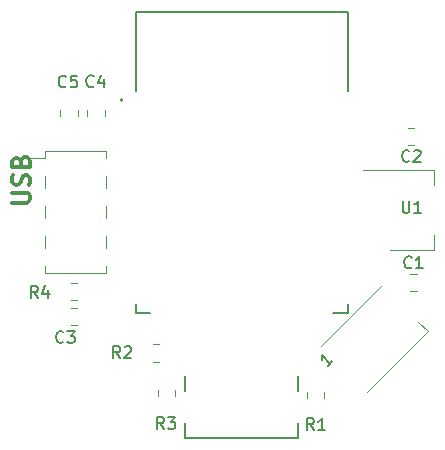
<source format=gbr>
%TF.GenerationSoftware,KiCad,Pcbnew,(6.0.4)*%
%TF.CreationDate,2023-03-23T02:18:43+01:00*%
%TF.ProjectId,FabLight,4661624c-6967-4687-942e-6b696361645f,rev?*%
%TF.SameCoordinates,Original*%
%TF.FileFunction,Legend,Top*%
%TF.FilePolarity,Positive*%
%FSLAX46Y46*%
G04 Gerber Fmt 4.6, Leading zero omitted, Abs format (unit mm)*
G04 Created by KiCad (PCBNEW (6.0.4)) date 2023-03-23 02:18:43*
%MOMM*%
%LPD*%
G01*
G04 APERTURE LIST*
%ADD10C,0.300000*%
%ADD11C,0.150000*%
%ADD12C,0.120000*%
%ADD13C,0.127000*%
%ADD14C,0.200000*%
G04 APERTURE END LIST*
D10*
X18699133Y-37610050D02*
X19913419Y-37610050D01*
X20056276Y-37538621D01*
X20127704Y-37467193D01*
X20199133Y-37324335D01*
X20199133Y-37038621D01*
X20127704Y-36895764D01*
X20056276Y-36824335D01*
X19913419Y-36752907D01*
X18699133Y-36752907D01*
X20127704Y-36110050D02*
X20199133Y-35895764D01*
X20199133Y-35538621D01*
X20127704Y-35395764D01*
X20056276Y-35324335D01*
X19913419Y-35252907D01*
X19770562Y-35252907D01*
X19627704Y-35324335D01*
X19556276Y-35395764D01*
X19484847Y-35538621D01*
X19413419Y-35824335D01*
X19341990Y-35967193D01*
X19270562Y-36038621D01*
X19127704Y-36110050D01*
X18984847Y-36110050D01*
X18841990Y-36038621D01*
X18770562Y-35967193D01*
X18699133Y-35824335D01*
X18699133Y-35467193D01*
X18770562Y-35252907D01*
X19413419Y-34110050D02*
X19484847Y-33895764D01*
X19556276Y-33824335D01*
X19699133Y-33752907D01*
X19913419Y-33752907D01*
X20056276Y-33824335D01*
X20127704Y-33895764D01*
X20199133Y-34038621D01*
X20199133Y-34610050D01*
X18699133Y-34610050D01*
X18699133Y-34110050D01*
X18770562Y-33967193D01*
X18841990Y-33895764D01*
X18984847Y-33824335D01*
X19127704Y-33824335D01*
X19270562Y-33895764D01*
X19341990Y-33967193D01*
X19413419Y-34110050D01*
X19413419Y-34610050D01*
D11*
%TO.C,D1*%
X45784436Y-51042470D02*
X45380375Y-51446531D01*
X45582405Y-51244500D02*
X44875298Y-50537393D01*
X44908970Y-50705752D01*
X44908970Y-50840439D01*
X44875298Y-50941454D01*
%TO.C,R2*%
X27823509Y-50758974D02*
X27490176Y-50282784D01*
X27252080Y-50758974D02*
X27252080Y-49758974D01*
X27633033Y-49758974D01*
X27728271Y-49806594D01*
X27775890Y-49854213D01*
X27823509Y-49949451D01*
X27823509Y-50092308D01*
X27775890Y-50187546D01*
X27728271Y-50235165D01*
X27633033Y-50282784D01*
X27252080Y-50282784D01*
X28204461Y-49854213D02*
X28252080Y-49806594D01*
X28347318Y-49758974D01*
X28585414Y-49758974D01*
X28680652Y-49806594D01*
X28728271Y-49854213D01*
X28775890Y-49949451D01*
X28775890Y-50044689D01*
X28728271Y-50187546D01*
X28156842Y-50758974D01*
X28775890Y-50758974D01*
%TO.C,U1*%
X51738095Y-37452380D02*
X51738095Y-38261904D01*
X51785714Y-38357142D01*
X51833333Y-38404761D01*
X51928571Y-38452380D01*
X52119047Y-38452380D01*
X52214285Y-38404761D01*
X52261904Y-38357142D01*
X52309523Y-38261904D01*
X52309523Y-37452380D01*
X53309523Y-38452380D02*
X52738095Y-38452380D01*
X53023809Y-38452380D02*
X53023809Y-37452380D01*
X52928571Y-37595238D01*
X52833333Y-37690476D01*
X52738095Y-37738095D01*
%TO.C,C3*%
X23014007Y-49394669D02*
X22966388Y-49442288D01*
X22823531Y-49489907D01*
X22728293Y-49489907D01*
X22585435Y-49442288D01*
X22490197Y-49347050D01*
X22442578Y-49251812D01*
X22394959Y-49061336D01*
X22394959Y-48918479D01*
X22442578Y-48728003D01*
X22490197Y-48632765D01*
X22585435Y-48537527D01*
X22728293Y-48489907D01*
X22823531Y-48489907D01*
X22966388Y-48537527D01*
X23014007Y-48585146D01*
X23347340Y-48489907D02*
X23966388Y-48489907D01*
X23633054Y-48870860D01*
X23775912Y-48870860D01*
X23871150Y-48918479D01*
X23918769Y-48966098D01*
X23966388Y-49061336D01*
X23966388Y-49299431D01*
X23918769Y-49394669D01*
X23871150Y-49442288D01*
X23775912Y-49489907D01*
X23490197Y-49489907D01*
X23394959Y-49442288D01*
X23347340Y-49394669D01*
%TO.C,R3*%
X31523646Y-56771427D02*
X31190313Y-56295237D01*
X30952217Y-56771427D02*
X30952217Y-55771427D01*
X31333170Y-55771427D01*
X31428408Y-55819047D01*
X31476027Y-55866666D01*
X31523646Y-55961904D01*
X31523646Y-56104761D01*
X31476027Y-56199999D01*
X31428408Y-56247618D01*
X31333170Y-56295237D01*
X30952217Y-56295237D01*
X31856979Y-55771427D02*
X32476027Y-55771427D01*
X32142693Y-56152380D01*
X32285551Y-56152380D01*
X32380789Y-56199999D01*
X32428408Y-56247618D01*
X32476027Y-56342856D01*
X32476027Y-56580951D01*
X32428408Y-56676189D01*
X32380789Y-56723808D01*
X32285551Y-56771427D01*
X31999836Y-56771427D01*
X31904598Y-56723808D01*
X31856979Y-56676189D01*
%TO.C,C5*%
X23239410Y-27751468D02*
X23191791Y-27799087D01*
X23048934Y-27846706D01*
X22953696Y-27846706D01*
X22810838Y-27799087D01*
X22715600Y-27703849D01*
X22667981Y-27608611D01*
X22620362Y-27418135D01*
X22620362Y-27275278D01*
X22667981Y-27084802D01*
X22715600Y-26989564D01*
X22810838Y-26894326D01*
X22953696Y-26846706D01*
X23048934Y-26846706D01*
X23191791Y-26894326D01*
X23239410Y-26941945D01*
X24144172Y-26846706D02*
X23667981Y-26846706D01*
X23620362Y-27322897D01*
X23667981Y-27275278D01*
X23763219Y-27227659D01*
X24001315Y-27227659D01*
X24096553Y-27275278D01*
X24144172Y-27322897D01*
X24191791Y-27418135D01*
X24191791Y-27656230D01*
X24144172Y-27751468D01*
X24096553Y-27799087D01*
X24001315Y-27846706D01*
X23763219Y-27846706D01*
X23667981Y-27799087D01*
X23620362Y-27751468D01*
%TO.C,R4*%
X20846241Y-45653885D02*
X20512908Y-45177695D01*
X20274812Y-45653885D02*
X20274812Y-44653885D01*
X20655765Y-44653885D01*
X20751003Y-44701505D01*
X20798622Y-44749124D01*
X20846241Y-44844362D01*
X20846241Y-44987219D01*
X20798622Y-45082457D01*
X20751003Y-45130076D01*
X20655765Y-45177695D01*
X20274812Y-45177695D01*
X21703384Y-44987219D02*
X21703384Y-45653885D01*
X21465288Y-44606266D02*
X21227193Y-45320552D01*
X21846241Y-45320552D01*
%TO.C,C2*%
X52307782Y-34053605D02*
X52260163Y-34101224D01*
X52117306Y-34148843D01*
X52022068Y-34148843D01*
X51879210Y-34101224D01*
X51783972Y-34005986D01*
X51736353Y-33910748D01*
X51688734Y-33720272D01*
X51688734Y-33577415D01*
X51736353Y-33386939D01*
X51783972Y-33291701D01*
X51879210Y-33196463D01*
X52022068Y-33148843D01*
X52117306Y-33148843D01*
X52260163Y-33196463D01*
X52307782Y-33244082D01*
X52688734Y-33244082D02*
X52736353Y-33196463D01*
X52831591Y-33148843D01*
X53069687Y-33148843D01*
X53164925Y-33196463D01*
X53212544Y-33244082D01*
X53260163Y-33339320D01*
X53260163Y-33434558D01*
X53212544Y-33577415D01*
X52641115Y-34148843D01*
X53260163Y-34148843D01*
%TO.C,R1*%
X44217374Y-56859236D02*
X43884041Y-56383046D01*
X43645945Y-56859236D02*
X43645945Y-55859236D01*
X44026898Y-55859236D01*
X44122136Y-55906856D01*
X44169755Y-55954475D01*
X44217374Y-56049713D01*
X44217374Y-56192570D01*
X44169755Y-56287808D01*
X44122136Y-56335427D01*
X44026898Y-56383046D01*
X43645945Y-56383046D01*
X45169755Y-56859236D02*
X44598326Y-56859236D01*
X44884041Y-56859236D02*
X44884041Y-55859236D01*
X44788802Y-56002094D01*
X44693564Y-56097332D01*
X44598326Y-56144951D01*
%TO.C,C4*%
X25578500Y-27726178D02*
X25530881Y-27773797D01*
X25388024Y-27821416D01*
X25292786Y-27821416D01*
X25149928Y-27773797D01*
X25054690Y-27678559D01*
X25007071Y-27583321D01*
X24959452Y-27392845D01*
X24959452Y-27249988D01*
X25007071Y-27059512D01*
X25054690Y-26964274D01*
X25149928Y-26869036D01*
X25292786Y-26821416D01*
X25388024Y-26821416D01*
X25530881Y-26869036D01*
X25578500Y-26916655D01*
X26435643Y-27154750D02*
X26435643Y-27821416D01*
X26197547Y-26773797D02*
X25959452Y-27488083D01*
X26578500Y-27488083D01*
%TO.C,C1*%
X52499482Y-43061385D02*
X52451863Y-43109004D01*
X52309006Y-43156623D01*
X52213768Y-43156623D01*
X52070910Y-43109004D01*
X51975672Y-43013766D01*
X51928053Y-42918528D01*
X51880434Y-42728052D01*
X51880434Y-42585195D01*
X51928053Y-42394719D01*
X51975672Y-42299481D01*
X52070910Y-42204243D01*
X52213768Y-42156623D01*
X52309006Y-42156623D01*
X52451863Y-42204243D01*
X52499482Y-42251862D01*
X53451863Y-43156623D02*
X52880434Y-43156623D01*
X53166149Y-43156623D02*
X53166149Y-42156623D01*
X53070910Y-42299481D01*
X52975672Y-42394719D01*
X52880434Y-42442338D01*
D12*
%TO.C,D1*%
X53853871Y-48485101D02*
X53040699Y-47671928D01*
X44802905Y-49757893D02*
X49964784Y-44596014D01*
X48691992Y-53646980D02*
X53853871Y-48485101D01*
%TO.C,R2*%
X31094045Y-51058320D02*
X30639917Y-51058320D01*
X31094045Y-49588320D02*
X30639917Y-49588320D01*
%TO.C,U1*%
X50643265Y-41641714D02*
X54403265Y-41641714D01*
X54403265Y-34821714D02*
X54403265Y-36081714D01*
X54403265Y-41641714D02*
X54403265Y-40381714D01*
X48393265Y-34821714D02*
X54403265Y-34821714D01*
%TO.C,C3*%
X23646632Y-46532118D02*
X24169136Y-46532118D01*
X23646632Y-48002118D02*
X24169136Y-48002118D01*
%TO.C,R3*%
X31018035Y-53495332D02*
X31018035Y-53949460D01*
X32488035Y-53495332D02*
X32488035Y-53949460D01*
%TO.C,J7*%
X21423782Y-40418112D02*
X21423782Y-41438112D01*
X21423782Y-43528112D02*
X26623782Y-43528112D01*
X26623782Y-37878112D02*
X26623782Y-38898112D01*
X21423782Y-33248112D02*
X21423782Y-33818112D01*
X21423782Y-33248112D02*
X26623782Y-33248112D01*
X21423782Y-37878112D02*
X21423782Y-38898112D01*
X19983782Y-33818112D02*
X21423782Y-33818112D01*
X21423782Y-35338112D02*
X21423782Y-36358112D01*
X21423782Y-42958112D02*
X21423782Y-43528112D01*
X26623782Y-33248112D02*
X26623782Y-33818112D01*
X26623782Y-40418112D02*
X26623782Y-41438112D01*
X26623782Y-42958112D02*
X26623782Y-43528112D01*
X26623782Y-35338112D02*
X26623782Y-36358112D01*
%TO.C,C5*%
X22765158Y-30289862D02*
X22765158Y-29767358D01*
X24235158Y-30289862D02*
X24235158Y-29767358D01*
D13*
%TO.C,U2*%
X29128224Y-28146597D02*
X29128224Y-21426597D01*
X29128224Y-46926597D02*
X30373224Y-46926597D01*
X47128224Y-21426597D02*
X47128224Y-28146597D01*
X29128224Y-21426597D02*
X47128224Y-21426597D01*
X29128224Y-46196597D02*
X29128224Y-46926597D01*
X47128224Y-46926597D02*
X45883224Y-46926597D01*
X47128224Y-46196597D02*
X47128224Y-46926597D01*
D14*
X28028224Y-28916597D02*
G75*
G03*
X28028224Y-28916597I-100000J0D01*
G01*
D12*
%TO.C,R4*%
X24134948Y-45861240D02*
X23680820Y-45861240D01*
X24134948Y-44391240D02*
X23680820Y-44391240D01*
D14*
%TO.C,J4*%
X33328816Y-56259386D02*
X33328816Y-57539386D01*
X33328816Y-52289386D02*
X33328816Y-53539386D01*
X42908816Y-52289386D02*
X42908816Y-53539386D01*
X42908816Y-57539386D02*
X42908816Y-56259386D01*
X33328816Y-57539386D02*
X42908816Y-57539386D01*
D12*
%TO.C,C2*%
X52735701Y-32751463D02*
X52213197Y-32751463D01*
X52735701Y-31281463D02*
X52213197Y-31281463D01*
%TO.C,R1*%
X45100225Y-53677223D02*
X45100225Y-54131351D01*
X43630225Y-53677223D02*
X43630225Y-54131351D01*
%TO.C,C4*%
X25043618Y-30281297D02*
X25043618Y-29758793D01*
X26513618Y-30281297D02*
X26513618Y-29758793D01*
%TO.C,C1*%
X52404897Y-45119243D02*
X52927401Y-45119243D01*
X52404897Y-43649243D02*
X52927401Y-43649243D01*
%TD*%
M02*

</source>
